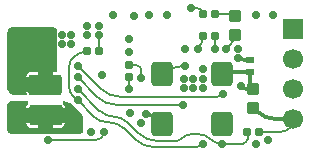
<source format=gbl>
G04*
G04 #@! TF.GenerationSoftware,Altium Limited,Altium Designer,22.7.1 (60)*
G04*
G04 Layer_Physical_Order=4*
G04 Layer_Color=16711680*
%FSLAX43Y43*%
%MOMM*%
G71*
G04*
G04 #@! TF.SameCoordinates,4746692A-FCE4-4093-9A7F-7E88C9008C25*
G04*
G04*
G04 #@! TF.FilePolarity,Positive*
G04*
G01*
G75*
%ADD10C,0.200*%
%ADD27C,0.300*%
G04:AMPARAMS|DCode=29|XSize=0.59mm|YSize=0.6mm|CornerRadius=0.074mm|HoleSize=0mm|Usage=FLASHONLY|Rotation=90.000|XOffset=0mm|YOffset=0mm|HoleType=Round|Shape=RoundedRectangle|*
%AMROUNDEDRECTD29*
21,1,0.590,0.453,0,0,90.0*
21,1,0.443,0.600,0,0,90.0*
1,1,0.148,0.226,0.221*
1,1,0.148,0.226,-0.221*
1,1,0.148,-0.226,-0.221*
1,1,0.148,-0.226,0.221*
%
%ADD29ROUNDEDRECTD29*%
G04:AMPARAMS|DCode=34|XSize=0.61mm|YSize=0.6mm|CornerRadius=0.075mm|HoleSize=0mm|Usage=FLASHONLY|Rotation=0.000|XOffset=0mm|YOffset=0mm|HoleType=Round|Shape=RoundedRectangle|*
%AMROUNDEDRECTD34*
21,1,0.610,0.450,0,0,0.0*
21,1,0.460,0.600,0,0,0.0*
1,1,0.150,0.230,-0.225*
1,1,0.150,-0.230,-0.225*
1,1,0.150,-0.230,0.225*
1,1,0.150,0.230,0.225*
%
%ADD34ROUNDEDRECTD34*%
%ADD35R,1.700X1.700*%
%ADD36C,1.700*%
%ADD37C,0.700*%
G04:AMPARAMS|DCode=38|XSize=0.61mm|YSize=0.6mm|CornerRadius=0.075mm|HoleSize=0mm|Usage=FLASHONLY|Rotation=90.000|XOffset=0mm|YOffset=0mm|HoleType=Round|Shape=RoundedRectangle|*
%AMROUNDEDRECTD38*
21,1,0.610,0.450,0,0,90.0*
21,1,0.460,0.600,0,0,90.0*
1,1,0.150,0.225,0.230*
1,1,0.150,0.225,-0.230*
1,1,0.150,-0.225,-0.230*
1,1,0.150,-0.225,0.230*
%
%ADD38ROUNDEDRECTD38*%
G04:AMPARAMS|DCode=39|XSize=0.94mm|YSize=1.03mm|CornerRadius=0.118mm|HoleSize=0mm|Usage=FLASHONLY|Rotation=90.000|XOffset=0mm|YOffset=0mm|HoleType=Round|Shape=RoundedRectangle|*
%AMROUNDEDRECTD39*
21,1,0.940,0.795,0,0,90.0*
21,1,0.705,1.030,0,0,90.0*
1,1,0.235,0.398,0.353*
1,1,0.235,0.398,-0.353*
1,1,0.235,-0.398,-0.353*
1,1,0.235,-0.398,0.353*
%
%ADD39ROUNDEDRECTD39*%
G04:AMPARAMS|DCode=40|XSize=1.8mm|YSize=2mm|CornerRadius=0.225mm|HoleSize=0mm|Usage=FLASHONLY|Rotation=0.000|XOffset=0mm|YOffset=0mm|HoleType=Round|Shape=RoundedRectangle|*
%AMROUNDEDRECTD40*
21,1,1.800,1.550,0,0,0.0*
21,1,1.350,2.000,0,0,0.0*
1,1,0.450,0.675,-0.775*
1,1,0.450,-0.675,-0.775*
1,1,0.450,-0.675,0.775*
1,1,0.450,0.675,0.775*
%
%ADD40ROUNDEDRECTD40*%
G04:AMPARAMS|DCode=41|XSize=1mm|YSize=1.1mm|CornerRadius=0.125mm|HoleSize=0mm|Usage=FLASHONLY|Rotation=90.000|XOffset=0mm|YOffset=0mm|HoleType=Round|Shape=RoundedRectangle|*
%AMROUNDEDRECTD41*
21,1,1.000,0.850,0,0,90.0*
21,1,0.750,1.100,0,0,90.0*
1,1,0.250,0.425,0.375*
1,1,0.250,0.425,-0.375*
1,1,0.250,-0.425,-0.375*
1,1,0.250,-0.425,0.375*
%
%ADD41ROUNDEDRECTD41*%
G04:AMPARAMS|DCode=42|XSize=1.76mm|YSize=2.82mm|CornerRadius=0.22mm|HoleSize=0mm|Usage=FLASHONLY|Rotation=270.000|XOffset=0mm|YOffset=0mm|HoleType=Round|Shape=RoundedRectangle|*
%AMROUNDEDRECTD42*
21,1,1.760,2.380,0,0,270.0*
21,1,1.320,2.820,0,0,270.0*
1,1,0.440,-1.190,-0.660*
1,1,0.440,-1.190,0.660*
1,1,0.440,1.190,0.660*
1,1,0.440,1.190,-0.660*
%
%ADD42ROUNDEDRECTD42*%
G36*
X5328Y4246D02*
X5584Y4140D01*
X5756Y4025D01*
X5803Y3953D01*
X5933Y3867D01*
X6480Y3320D01*
X6532Y3268D01*
X6615Y3145D01*
X6671Y3008D01*
X6677Y2978D01*
X6700Y2789D01*
Y2789D01*
X6700D01*
X6700Y2789D01*
X6700Y1800D01*
X6700Y1749D01*
X6661Y1655D01*
X6616Y1610D01*
X6444Y1544D01*
X3785Y1544D01*
X3700Y1561D01*
X3615Y1544D01*
X645Y1544D01*
X569Y1544D01*
X429Y1602D01*
X322Y1709D01*
X264Y1850D01*
X264Y1926D01*
X264Y3964D01*
X264Y4030D01*
X315Y4154D01*
X409Y4249D01*
X533Y4300D01*
X600Y4300D01*
X600Y4300D01*
X1984Y4300D01*
X2045Y4100D01*
X1997Y4068D01*
X1904Y3929D01*
X1871Y3765D01*
Y3755D01*
X3490D01*
X5108D01*
Y3765D01*
X5075Y3929D01*
X4982Y4068D01*
X4934Y4100D01*
X4995Y4300D01*
X5056Y4300D01*
X5328Y4246D01*
D02*
G37*
G36*
X730Y10600D02*
X3882Y10600D01*
X4000Y10600D01*
D01*
X4118Y10593D01*
X4285Y10523D01*
X4426Y10382D01*
X4502Y10198D01*
X4502Y6783D01*
X4139D01*
Y5695D01*
X3489D01*
Y5045D01*
X1871D01*
Y5035D01*
X1893Y4927D01*
X1810Y4800D01*
X900D01*
X773Y4800D01*
X539Y4897D01*
X360Y5076D01*
X264Y5310D01*
Y5436D01*
X264Y10134D01*
X264Y10134D01*
X276Y10256D01*
X335Y10398D01*
X466Y10529D01*
X637Y10600D01*
X730Y10600D01*
D02*
G37*
%LPC*%
G36*
X5108Y2455D02*
X4139D01*
Y2017D01*
X4680D01*
X4843Y2049D01*
X4982Y2142D01*
X5075Y2281D01*
X5108Y2445D01*
Y2455D01*
D02*
G37*
G36*
X2839D02*
X1871D01*
Y2445D01*
X1904Y2281D01*
X1997Y2142D01*
X2136Y2049D01*
X2299Y2017D01*
X2839D01*
Y2455D01*
D02*
G37*
G36*
X2839Y6783D02*
X2299D01*
X2136Y6751D01*
X1997Y6658D01*
X1904Y6519D01*
X1871Y6355D01*
Y6345D01*
X2839D01*
Y6783D01*
D02*
G37*
%LPD*%
D10*
X8020Y9828D02*
G03*
X8000Y9875I-66J0D01*
G01*
X11609Y6900D02*
G03*
X11180Y7329I-429J0D01*
G01*
X23434Y1709D02*
G03*
X24475Y2750I0J1041D01*
G01*
X20191Y700D02*
G03*
X20600Y1109I0J409D01*
G01*
X17376Y1124D02*
G03*
X18400Y700I1024J1024D01*
G01*
X7020Y8500D02*
G03*
X5818Y8002I0J-1699D01*
G01*
X5803Y7988D02*
G03*
X5500Y7255I733J-733D01*
G01*
Y5450D02*
G03*
X5783Y4767I966J0D01*
G01*
X7775Y1000D02*
G03*
X8475Y1700I0J700D01*
G01*
X16066Y396D02*
G03*
X16800Y700I0J1037D01*
G01*
X14376Y900D02*
G03*
X15100Y1200I0J1024D01*
G01*
X15812Y1495D02*
G03*
X15100Y1200I0J-1007D01*
G01*
X17376Y1124D02*
G03*
X16481Y1495I-895J-895D01*
G01*
X10960Y1140D02*
G03*
X12756Y396I1796J1796D01*
G01*
X10100Y2000D02*
G03*
X8893Y2500I-1207J-1207D01*
G01*
X7520Y3030D02*
G03*
X8800Y2500I1280J1280D01*
G01*
X11256Y1644D02*
G03*
X13052Y900I1796J1796D01*
G01*
X10357Y2543D02*
G03*
X9300Y2981I-1057J-1057D01*
G01*
X8053Y3497D02*
G03*
X9300Y2981I1247J1247D01*
G01*
X16825Y11650D02*
G03*
X16275Y12200I-550J0D01*
G01*
X19500Y11525D02*
G03*
X19375Y11650I-125J0D01*
G01*
X16400Y8750D02*
G03*
X16800Y9716I-966J966D01*
G01*
X19164Y9114D02*
G03*
X19500Y9925I-811J811D01*
G01*
X7781Y4719D02*
G03*
X9577Y3975I1796J1796D01*
G01*
X14954Y7250D02*
G03*
X13385Y6600I0J-2219D01*
G01*
X8106Y5394D02*
G03*
X9902Y4650I1796J1796D01*
G01*
X17896D02*
G03*
X18500Y4900I0J854D01*
G01*
X10581Y5300D02*
Y6329D01*
X10575Y5300D02*
X10581D01*
X8020Y8500D02*
Y9828D01*
X11609Y6250D02*
Y6900D01*
X10581Y7329D02*
X11180D01*
X21590Y1709D02*
X23434D01*
X20600Y1109D02*
Y1709D01*
X18400Y700D02*
X20191D01*
X20590Y1709D02*
X20600D01*
X5803Y7988D02*
X5818Y8002D01*
X5500Y5450D02*
Y7255D01*
X5783Y4767D02*
X6200Y4350D01*
X3700Y1000D02*
X7775D01*
X12756Y396D02*
X16066D01*
X13052Y900D02*
X14376D01*
X15812Y1495D02*
X16481D01*
X10100Y2000D02*
X10960Y1140D01*
X8800Y2500D02*
X8893D01*
X6200Y4350D02*
X7520Y3030D01*
X10357Y2543D02*
X11256Y1644D01*
X6200Y5350D02*
X8053Y3497D01*
X15800Y12200D02*
X16275D01*
X17825Y11650D02*
X19375D01*
X17800Y9800D02*
X17800D01*
X17800Y8750D02*
Y9800D01*
X16800Y9716D02*
Y9800D01*
X18800Y8750D02*
X19164Y9114D01*
X6200Y6300D02*
X7781Y4719D01*
X9577Y3975D02*
X15100D01*
X14954Y7250D02*
X15300D01*
X6200Y7300D02*
X8106Y5394D01*
X9902Y4650D02*
X17896D01*
D27*
X18740Y6900D02*
G03*
X18915Y6725I175J0D01*
G01*
X20820Y5570D02*
G03*
X21090Y5300I270J0D01*
G01*
X20000Y5594D02*
G03*
X20710Y5300I710J710D01*
G01*
X21296Y3494D02*
G03*
X23092Y2750I1796J1796D01*
G01*
X19800Y7988D02*
G03*
X20374Y7750I574J574D01*
G01*
X12999Y2786D02*
G03*
X12000Y3200I-999J-999D01*
G01*
X18915Y6725D02*
X20820D01*
X18465D02*
X18915D01*
X20820Y5570D02*
Y6725D01*
X20710Y5300D02*
X21090D01*
X23092Y2750D02*
X24475D01*
X20374Y7750D02*
X20820D01*
X20850Y3700D02*
X21090D01*
X21296Y3494D01*
X12999Y2786D02*
X13385Y2400D01*
D29*
X20820Y6725D02*
D03*
X20820Y7750D02*
D03*
D34*
X20590Y1709D02*
D03*
X21590Y1709D02*
D03*
X8020Y8500D02*
D03*
X7020Y8500D02*
D03*
X16800Y9800D02*
D03*
X17800D02*
D03*
X16825Y11650D02*
D03*
X17825Y11650D02*
D03*
D35*
X24475Y10370D02*
D03*
D36*
Y7830D02*
D03*
Y5290D02*
D03*
Y2750D02*
D03*
D37*
X11609Y6250D02*
D03*
X10575Y8425D02*
D03*
X22300Y1000D02*
D03*
X21300Y700D02*
D03*
X6300Y1926D02*
D03*
X5800Y2543D02*
D03*
Y3400D02*
D03*
X16800Y700D02*
D03*
X18400D02*
D03*
X6200Y4350D02*
D03*
X6200Y5350D02*
D03*
X11000Y11505D02*
D03*
X12255Y11555D02*
D03*
X16400Y8750D02*
D03*
X15300D02*
D03*
X15200Y6200D02*
D03*
X19800Y8750D02*
D03*
X22775Y11595D02*
D03*
X16000Y6200D02*
D03*
X10675Y3325D02*
D03*
X1025Y9100D02*
D03*
X1800D02*
D03*
X2575D02*
D03*
X3350D02*
D03*
X4125D02*
D03*
X4900D02*
D03*
X5675D02*
D03*
X2575Y8325D02*
D03*
X3350D02*
D03*
X1800Y9875D02*
D03*
X2575D02*
D03*
X1025D02*
D03*
X3350D02*
D03*
X4125D02*
D03*
X4900D02*
D03*
X5675D02*
D03*
X9200Y11630D02*
D03*
X6200Y7300D02*
D03*
X6200Y6300D02*
D03*
X8000Y9875D02*
D03*
X7025D02*
D03*
Y10650D02*
D03*
X8000D02*
D03*
X8250Y6500D02*
D03*
X10575Y9555D02*
D03*
X13780Y11555D02*
D03*
X21350Y11595D02*
D03*
X15300Y7250D02*
D03*
X17800Y8750D02*
D03*
X15800Y12200D02*
D03*
X18800Y8750D02*
D03*
X15200Y5400D02*
D03*
X16000D02*
D03*
X16800D02*
D03*
X16800Y6200D02*
D03*
X16800Y7000D02*
D03*
X18500Y4900D02*
D03*
X15100Y3975D02*
D03*
X11535Y2450D02*
D03*
X8475Y1700D02*
D03*
X7320Y1724D02*
D03*
X10575Y5300D02*
D03*
X19800Y7988D02*
D03*
X12000Y3200D02*
D03*
X20000Y5594D02*
D03*
X1475Y2300D02*
D03*
X700D02*
D03*
Y3075D02*
D03*
X1475D02*
D03*
Y3850D02*
D03*
X700D02*
D03*
X3700Y1000D02*
D03*
D38*
X10581Y7329D02*
D03*
Y6329D02*
D03*
D39*
X21090Y3700D02*
D03*
Y5300D02*
D03*
D40*
X13385Y6600D02*
D03*
Y2400D02*
D03*
X18465D02*
D03*
Y6600D02*
D03*
D41*
X19500Y11525D02*
D03*
Y9925D02*
D03*
D42*
X3490Y3105D02*
D03*
X3489Y5695D02*
D03*
M02*

</source>
